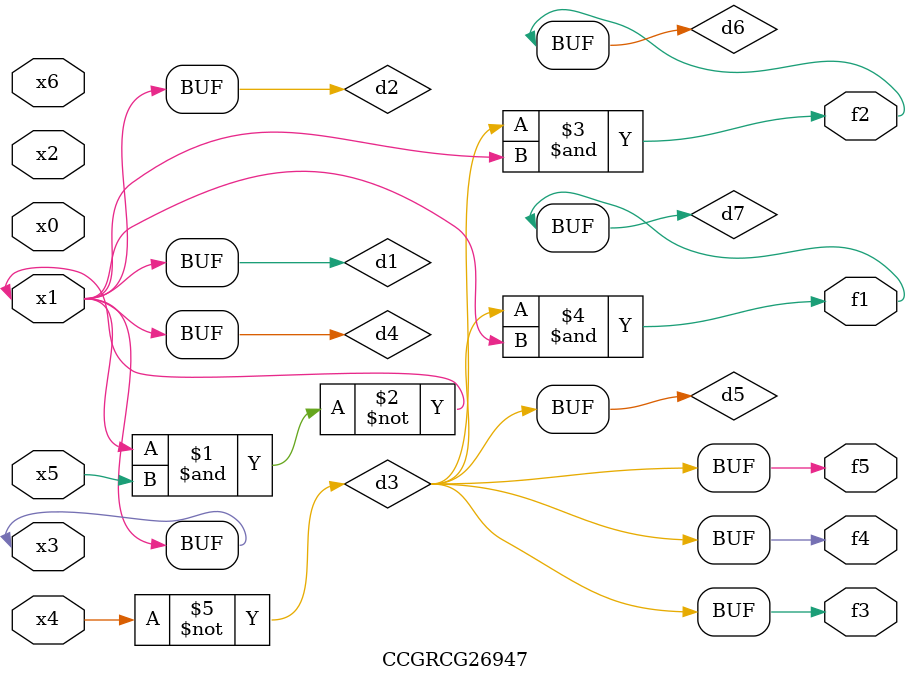
<source format=v>
module CCGRCG26947(
	input x0, x1, x2, x3, x4, x5, x6,
	output f1, f2, f3, f4, f5
);

	wire d1, d2, d3, d4, d5, d6, d7;

	buf (d1, x1, x3);
	nand (d2, x1, x5);
	not (d3, x4);
	buf (d4, d1, d2);
	buf (d5, d3);
	and (d6, d3, d4);
	and (d7, d3, d4);
	assign f1 = d7;
	assign f2 = d6;
	assign f3 = d5;
	assign f4 = d5;
	assign f5 = d5;
endmodule

</source>
